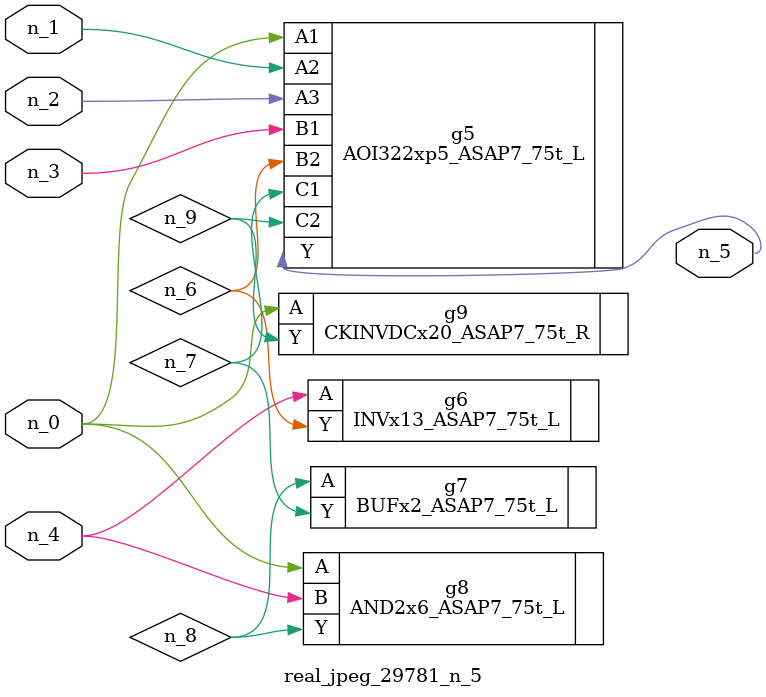
<source format=v>
module real_jpeg_29781_n_5 (n_4, n_0, n_1, n_2, n_3, n_5);

input n_4;
input n_0;
input n_1;
input n_2;
input n_3;

output n_5;

wire n_8;
wire n_6;
wire n_7;
wire n_9;

AOI322xp5_ASAP7_75t_L g5 ( 
.A1(n_0),
.A2(n_1),
.A3(n_2),
.B1(n_3),
.B2(n_6),
.C1(n_7),
.C2(n_9),
.Y(n_5)
);

AND2x6_ASAP7_75t_L g8 ( 
.A(n_0),
.B(n_4),
.Y(n_8)
);

CKINVDCx20_ASAP7_75t_R g9 ( 
.A(n_0),
.Y(n_9)
);

INVx13_ASAP7_75t_L g6 ( 
.A(n_4),
.Y(n_6)
);

BUFx2_ASAP7_75t_L g7 ( 
.A(n_8),
.Y(n_7)
);


endmodule
</source>
